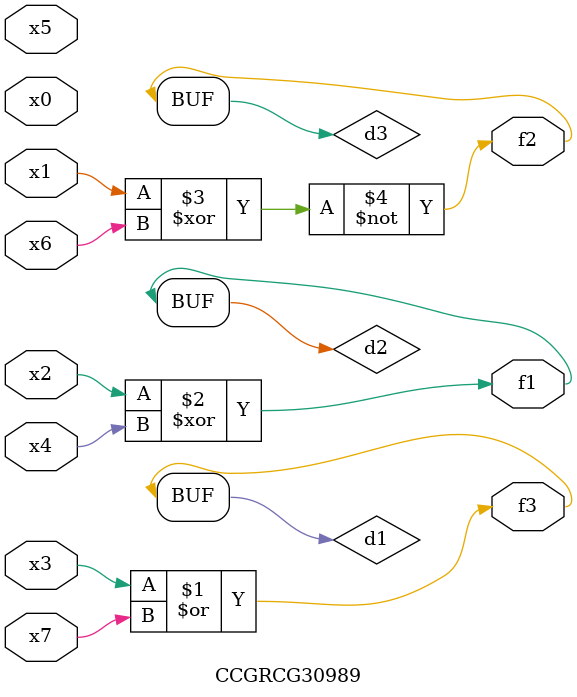
<source format=v>
module CCGRCG30989(
	input x0, x1, x2, x3, x4, x5, x6, x7,
	output f1, f2, f3
);

	wire d1, d2, d3;

	or (d1, x3, x7);
	xor (d2, x2, x4);
	xnor (d3, x1, x6);
	assign f1 = d2;
	assign f2 = d3;
	assign f3 = d1;
endmodule

</source>
